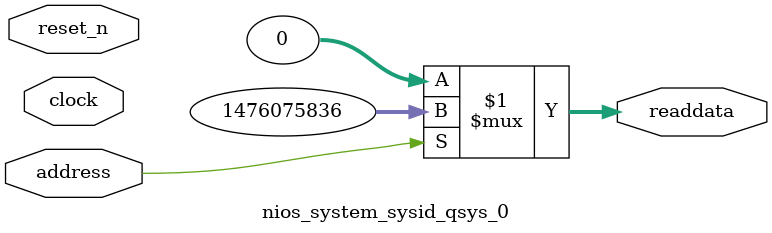
<source format=v>

`timescale 1ns / 1ps
// synthesis translate_on

// turn off superfluous verilog processor warnings 
// altera message_level Level1 
// altera message_off 10034 10035 10036 10037 10230 10240 10030 

module nios_system_sysid_qsys_0 (
               // inputs:
                address,
                clock,
                reset_n,

               // outputs:
                readdata
             )
;

  output  [ 31: 0] readdata;
  input            address;
  input            clock;
  input            reset_n;

  wire    [ 31: 0] readdata;
  //control_slave, which is an e_avalon_slave
  assign readdata = address ? 1476075836 : 0;

endmodule




</source>
